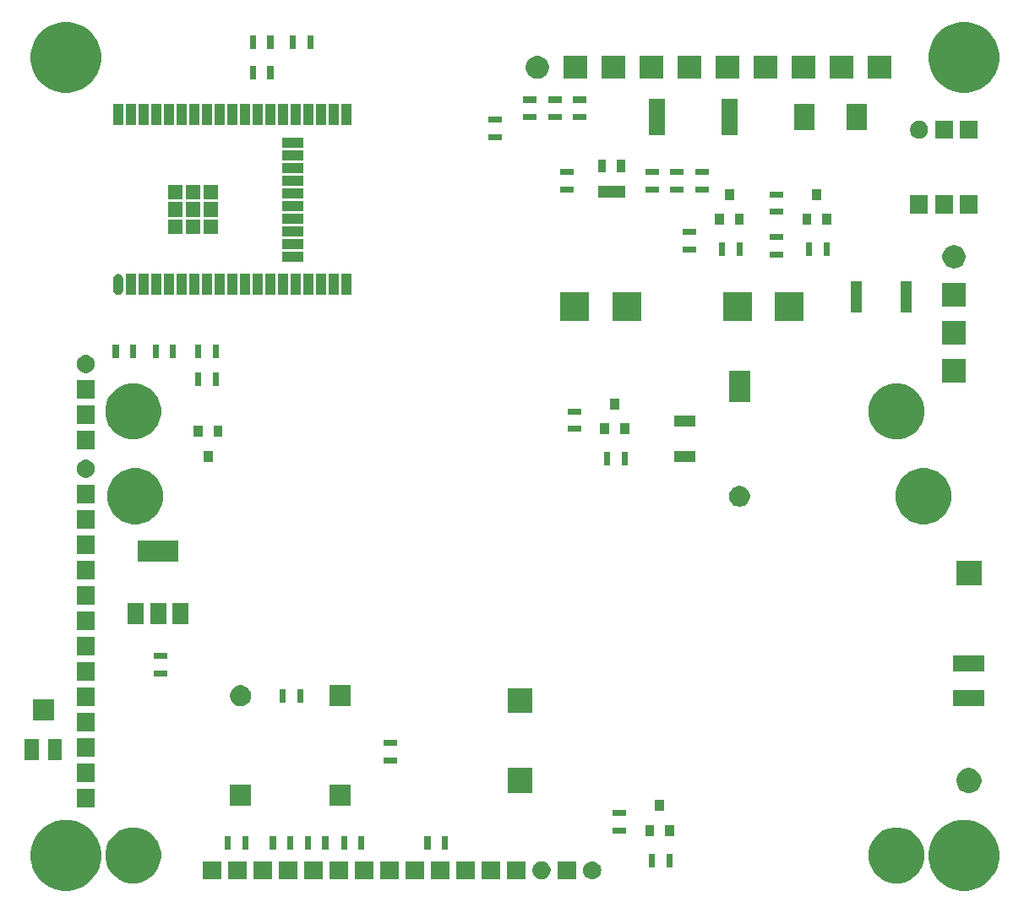
<source format=gbr>
G04 #@! TF.GenerationSoftware,KiCad,Pcbnew,(5.1.2-1)-1*
G04 #@! TF.CreationDate,2021-05-08T22:39:51+03:00*
G04 #@! TF.ProjectId,UAK_3,55414b5f-332e-46b6-9963-61645f706362,rev?*
G04 #@! TF.SameCoordinates,Original*
G04 #@! TF.FileFunction,Soldermask,Top*
G04 #@! TF.FilePolarity,Negative*
%FSLAX46Y46*%
G04 Gerber Fmt 4.6, Leading zero omitted, Abs format (unit mm)*
G04 Created by KiCad (PCBNEW (5.1.2-1)-1) date 2021-05-08 22:39:51*
%MOMM*%
%LPD*%
G04 APERTURE LIST*
%ADD10C,0.100000*%
G04 APERTURE END LIST*
D10*
G36*
X96035787Y8414538D02*
G01*
X96035790Y8414537D01*
X96035789Y8414537D01*
X96682029Y8146856D01*
X97263631Y7758242D01*
X97758242Y7263631D01*
X98146856Y6682029D01*
X98146856Y6682028D01*
X98414538Y6035787D01*
X98551000Y5349744D01*
X98551000Y4650256D01*
X98414538Y3964213D01*
X98356460Y3824000D01*
X98146856Y3317971D01*
X97758242Y2736369D01*
X97263631Y2241758D01*
X96682029Y1853144D01*
X96225068Y1663865D01*
X96035787Y1585462D01*
X95349744Y1449000D01*
X94650256Y1449000D01*
X93964213Y1585462D01*
X93774932Y1663865D01*
X93317971Y1853144D01*
X92736369Y2241758D01*
X92241758Y2736369D01*
X91853144Y3317971D01*
X91643540Y3824000D01*
X91585462Y3964213D01*
X91449000Y4650256D01*
X91449000Y5349744D01*
X91585462Y6035787D01*
X91853144Y6682028D01*
X91853144Y6682029D01*
X92241758Y7263631D01*
X92736369Y7758242D01*
X93317971Y8146856D01*
X93964211Y8414537D01*
X93964210Y8414537D01*
X93964213Y8414538D01*
X94650256Y8551000D01*
X95349744Y8551000D01*
X96035787Y8414538D01*
X96035787Y8414538D01*
G37*
G36*
X6035787Y8414538D02*
G01*
X6035790Y8414537D01*
X6035789Y8414537D01*
X6682029Y8146856D01*
X7263631Y7758242D01*
X7758242Y7263631D01*
X8146856Y6682029D01*
X8146856Y6682028D01*
X8414538Y6035787D01*
X8551000Y5349744D01*
X8551000Y4650256D01*
X8414538Y3964213D01*
X8356460Y3824000D01*
X8146856Y3317971D01*
X7758242Y2736369D01*
X7263631Y2241758D01*
X6682029Y1853144D01*
X6225068Y1663865D01*
X6035787Y1585462D01*
X5349744Y1449000D01*
X4650256Y1449000D01*
X3964213Y1585462D01*
X3774932Y1663865D01*
X3317971Y1853144D01*
X2736369Y2241758D01*
X2241758Y2736369D01*
X1853144Y3317971D01*
X1643540Y3824000D01*
X1585462Y3964213D01*
X1449000Y4650256D01*
X1449000Y5349744D01*
X1585462Y6035787D01*
X1853144Y6682028D01*
X1853144Y6682029D01*
X2241758Y7263631D01*
X2736369Y7758242D01*
X3317971Y8146856D01*
X3964211Y8414537D01*
X3964210Y8414537D01*
X3964213Y8414538D01*
X4650256Y8551000D01*
X5349744Y8551000D01*
X6035787Y8414538D01*
X6035787Y8414538D01*
G37*
G36*
X89067021Y7693360D02*
G01*
X89576769Y7482215D01*
X89576771Y7482214D01*
X90035534Y7175679D01*
X90425679Y6785534D01*
X90494839Y6682028D01*
X90732215Y6326769D01*
X90943360Y5817021D01*
X91051000Y5275876D01*
X91051000Y4724124D01*
X90943360Y4182979D01*
X90733621Y3676625D01*
X90732214Y3673229D01*
X90425679Y3214466D01*
X90035534Y2824321D01*
X89576771Y2517786D01*
X89576770Y2517785D01*
X89576769Y2517785D01*
X89067021Y2306640D01*
X88525876Y2199000D01*
X87974124Y2199000D01*
X87432979Y2306640D01*
X86923231Y2517785D01*
X86923230Y2517785D01*
X86923229Y2517786D01*
X86464466Y2824321D01*
X86074321Y3214466D01*
X85767786Y3673229D01*
X85766379Y3676625D01*
X85556640Y4182979D01*
X85449000Y4724124D01*
X85449000Y5275876D01*
X85556640Y5817021D01*
X85767785Y6326769D01*
X86005161Y6682028D01*
X86074321Y6785534D01*
X86464466Y7175679D01*
X86923229Y7482214D01*
X86923231Y7482215D01*
X87432979Y7693360D01*
X87974124Y7801000D01*
X88525876Y7801000D01*
X89067021Y7693360D01*
X89067021Y7693360D01*
G37*
G36*
X12567021Y7693360D02*
G01*
X13076769Y7482215D01*
X13076771Y7482214D01*
X13535534Y7175679D01*
X13925679Y6785534D01*
X13994839Y6682028D01*
X14232215Y6326769D01*
X14443360Y5817021D01*
X14551000Y5275876D01*
X14551000Y4724124D01*
X14443360Y4182979D01*
X14233621Y3676625D01*
X14232214Y3673229D01*
X13925679Y3214466D01*
X13535534Y2824321D01*
X13076771Y2517786D01*
X13076770Y2517785D01*
X13076769Y2517785D01*
X12567021Y2306640D01*
X12025876Y2199000D01*
X11474124Y2199000D01*
X10932979Y2306640D01*
X10423231Y2517785D01*
X10423230Y2517785D01*
X10423229Y2517786D01*
X9964466Y2824321D01*
X9574321Y3214466D01*
X9267786Y3673229D01*
X9266379Y3676625D01*
X9056640Y4182979D01*
X8949000Y4724124D01*
X8949000Y5275876D01*
X9056640Y5817021D01*
X9267785Y6326769D01*
X9505161Y6682028D01*
X9574321Y6785534D01*
X9964466Y7175679D01*
X10423229Y7482214D01*
X10423231Y7482215D01*
X10932979Y7693360D01*
X11474124Y7801000D01*
X12025876Y7801000D01*
X12567021Y7693360D01*
X12567021Y7693360D01*
G37*
G36*
X48491000Y2599000D02*
G01*
X46689000Y2599000D01*
X46689000Y4401000D01*
X48491000Y4401000D01*
X48491000Y2599000D01*
X48491000Y2599000D01*
G37*
G36*
X45951000Y2599000D02*
G01*
X44149000Y2599000D01*
X44149000Y4401000D01*
X45951000Y4401000D01*
X45951000Y2599000D01*
X45951000Y2599000D01*
G37*
G36*
X43411000Y2599000D02*
G01*
X41609000Y2599000D01*
X41609000Y4401000D01*
X43411000Y4401000D01*
X43411000Y2599000D01*
X43411000Y2599000D01*
G37*
G36*
X40871000Y2599000D02*
G01*
X39069000Y2599000D01*
X39069000Y4401000D01*
X40871000Y4401000D01*
X40871000Y2599000D01*
X40871000Y2599000D01*
G37*
G36*
X38331000Y2599000D02*
G01*
X36529000Y2599000D01*
X36529000Y4401000D01*
X38331000Y4401000D01*
X38331000Y2599000D01*
X38331000Y2599000D01*
G37*
G36*
X35791000Y2599000D02*
G01*
X33989000Y2599000D01*
X33989000Y4401000D01*
X35791000Y4401000D01*
X35791000Y2599000D01*
X35791000Y2599000D01*
G37*
G36*
X33251000Y2599000D02*
G01*
X31449000Y2599000D01*
X31449000Y4401000D01*
X33251000Y4401000D01*
X33251000Y2599000D01*
X33251000Y2599000D01*
G37*
G36*
X30711000Y2599000D02*
G01*
X28909000Y2599000D01*
X28909000Y4401000D01*
X30711000Y4401000D01*
X30711000Y2599000D01*
X30711000Y2599000D01*
G37*
G36*
X28171000Y2599000D02*
G01*
X26369000Y2599000D01*
X26369000Y4401000D01*
X28171000Y4401000D01*
X28171000Y2599000D01*
X28171000Y2599000D01*
G37*
G36*
X25631000Y2599000D02*
G01*
X23829000Y2599000D01*
X23829000Y4401000D01*
X25631000Y4401000D01*
X25631000Y2599000D01*
X25631000Y2599000D01*
G37*
G36*
X23091000Y2599000D02*
G01*
X21289000Y2599000D01*
X21289000Y4401000D01*
X23091000Y4401000D01*
X23091000Y2599000D01*
X23091000Y2599000D01*
G37*
G36*
X20551000Y2599000D02*
G01*
X18749000Y2599000D01*
X18749000Y4401000D01*
X20551000Y4401000D01*
X20551000Y2599000D01*
X20551000Y2599000D01*
G37*
G36*
X57860443Y4394481D02*
G01*
X57926627Y4387963D01*
X58096466Y4336443D01*
X58252991Y4252778D01*
X58288729Y4223448D01*
X58390186Y4140186D01*
X58473448Y4038729D01*
X58502778Y4002991D01*
X58586443Y3846466D01*
X58637963Y3676627D01*
X58655359Y3500000D01*
X58637963Y3323373D01*
X58586443Y3153534D01*
X58502778Y2997009D01*
X58473448Y2961271D01*
X58390186Y2859814D01*
X58317480Y2800147D01*
X58252991Y2747222D01*
X58096466Y2663557D01*
X57926627Y2612037D01*
X57860443Y2605519D01*
X57794260Y2599000D01*
X57705740Y2599000D01*
X57639557Y2605519D01*
X57573373Y2612037D01*
X57403534Y2663557D01*
X57247009Y2747222D01*
X57182520Y2800147D01*
X57109814Y2859814D01*
X57026552Y2961271D01*
X56997222Y2997009D01*
X56913557Y3153534D01*
X56862037Y3323373D01*
X56844641Y3500000D01*
X56862037Y3676627D01*
X56913557Y3846466D01*
X56997222Y4002991D01*
X57026552Y4038729D01*
X57109814Y4140186D01*
X57211271Y4223448D01*
X57247009Y4252778D01*
X57403534Y4336443D01*
X57573373Y4387963D01*
X57639557Y4394481D01*
X57705740Y4401000D01*
X57794260Y4401000D01*
X57860443Y4394481D01*
X57860443Y4394481D01*
G37*
G36*
X56111000Y2599000D02*
G01*
X54309000Y2599000D01*
X54309000Y4401000D01*
X56111000Y4401000D01*
X56111000Y2599000D01*
X56111000Y2599000D01*
G37*
G36*
X52783512Y4396073D02*
G01*
X52932812Y4366376D01*
X53096784Y4298456D01*
X53244354Y4199853D01*
X53369853Y4074354D01*
X53468456Y3926784D01*
X53536376Y3762812D01*
X53571000Y3588741D01*
X53571000Y3411259D01*
X53536376Y3237188D01*
X53468456Y3073216D01*
X53369853Y2925646D01*
X53244354Y2800147D01*
X53096784Y2701544D01*
X52932812Y2633624D01*
X52783512Y2603927D01*
X52758742Y2599000D01*
X52581258Y2599000D01*
X52556488Y2603927D01*
X52407188Y2633624D01*
X52243216Y2701544D01*
X52095646Y2800147D01*
X51970147Y2925646D01*
X51871544Y3073216D01*
X51803624Y3237188D01*
X51769000Y3411259D01*
X51769000Y3588741D01*
X51803624Y3762812D01*
X51871544Y3926784D01*
X51970147Y4074354D01*
X52095646Y4199853D01*
X52243216Y4298456D01*
X52407188Y4366376D01*
X52556488Y4396073D01*
X52581258Y4401000D01*
X52758742Y4401000D01*
X52783512Y4396073D01*
X52783512Y4396073D01*
G37*
G36*
X51031000Y2599000D02*
G01*
X49229000Y2599000D01*
X49229000Y4401000D01*
X51031000Y4401000D01*
X51031000Y2599000D01*
X51031000Y2599000D01*
G37*
G36*
X65801000Y3824000D02*
G01*
X65199000Y3824000D01*
X65199000Y5176000D01*
X65801000Y5176000D01*
X65801000Y3824000D01*
X65801000Y3824000D01*
G37*
G36*
X64051000Y3824000D02*
G01*
X63449000Y3824000D01*
X63449000Y5176000D01*
X64051000Y5176000D01*
X64051000Y3824000D01*
X64051000Y3824000D01*
G37*
G36*
X23301000Y5574000D02*
G01*
X22699000Y5574000D01*
X22699000Y6926000D01*
X23301000Y6926000D01*
X23301000Y5574000D01*
X23301000Y5574000D01*
G37*
G36*
X21551000Y5574000D02*
G01*
X20949000Y5574000D01*
X20949000Y6926000D01*
X21551000Y6926000D01*
X21551000Y5574000D01*
X21551000Y5574000D01*
G37*
G36*
X27801000Y5574000D02*
G01*
X27199000Y5574000D01*
X27199000Y6926000D01*
X27801000Y6926000D01*
X27801000Y5574000D01*
X27801000Y5574000D01*
G37*
G36*
X26051000Y5574000D02*
G01*
X25449000Y5574000D01*
X25449000Y6926000D01*
X26051000Y6926000D01*
X26051000Y5574000D01*
X26051000Y5574000D01*
G37*
G36*
X31301000Y5574000D02*
G01*
X30699000Y5574000D01*
X30699000Y6926000D01*
X31301000Y6926000D01*
X31301000Y5574000D01*
X31301000Y5574000D01*
G37*
G36*
X29551000Y5574000D02*
G01*
X28949000Y5574000D01*
X28949000Y6926000D01*
X29551000Y6926000D01*
X29551000Y5574000D01*
X29551000Y5574000D01*
G37*
G36*
X33176000Y5574000D02*
G01*
X32574000Y5574000D01*
X32574000Y6926000D01*
X33176000Y6926000D01*
X33176000Y5574000D01*
X33176000Y5574000D01*
G37*
G36*
X34926000Y5574000D02*
G01*
X34324000Y5574000D01*
X34324000Y6926000D01*
X34926000Y6926000D01*
X34926000Y5574000D01*
X34926000Y5574000D01*
G37*
G36*
X41551000Y5574000D02*
G01*
X40949000Y5574000D01*
X40949000Y6926000D01*
X41551000Y6926000D01*
X41551000Y5574000D01*
X41551000Y5574000D01*
G37*
G36*
X43301000Y5574000D02*
G01*
X42699000Y5574000D01*
X42699000Y6926000D01*
X43301000Y6926000D01*
X43301000Y5574000D01*
X43301000Y5574000D01*
G37*
G36*
X63951000Y6949000D02*
G01*
X63049000Y6949000D01*
X63049000Y8051000D01*
X63951000Y8051000D01*
X63951000Y6949000D01*
X63951000Y6949000D01*
G37*
G36*
X65951000Y6949000D02*
G01*
X65049000Y6949000D01*
X65049000Y8051000D01*
X65951000Y8051000D01*
X65951000Y6949000D01*
X65951000Y6949000D01*
G37*
G36*
X61176000Y7199000D02*
G01*
X59824000Y7199000D01*
X59824000Y7801000D01*
X61176000Y7801000D01*
X61176000Y7199000D01*
X61176000Y7199000D01*
G37*
G36*
X61176000Y8949000D02*
G01*
X59824000Y8949000D01*
X59824000Y9551000D01*
X61176000Y9551000D01*
X61176000Y8949000D01*
X61176000Y8949000D01*
G37*
G36*
X64951000Y9449000D02*
G01*
X64049000Y9449000D01*
X64049000Y10551000D01*
X64951000Y10551000D01*
X64951000Y9449000D01*
X64951000Y9449000D01*
G37*
G36*
X7901000Y9829000D02*
G01*
X6099000Y9829000D01*
X6099000Y11631000D01*
X7901000Y11631000D01*
X7901000Y9829000D01*
X7901000Y9829000D01*
G37*
G36*
X23551000Y9949000D02*
G01*
X21449000Y9949000D01*
X21449000Y12051000D01*
X23551000Y12051000D01*
X23551000Y9949000D01*
X23551000Y9949000D01*
G37*
G36*
X33551000Y9949000D02*
G01*
X31449000Y9949000D01*
X31449000Y12051000D01*
X33551000Y12051000D01*
X33551000Y9949000D01*
X33551000Y9949000D01*
G37*
G36*
X95864903Y13702925D02*
G01*
X96092571Y13608622D01*
X96297466Y13471715D01*
X96471715Y13297466D01*
X96608622Y13092571D01*
X96702925Y12864903D01*
X96751000Y12623213D01*
X96751000Y12376787D01*
X96702925Y12135097D01*
X96608622Y11907429D01*
X96471715Y11702534D01*
X96297466Y11528285D01*
X96092571Y11391378D01*
X96092570Y11391377D01*
X96092569Y11391377D01*
X95864903Y11297075D01*
X95623214Y11249000D01*
X95376786Y11249000D01*
X95135097Y11297075D01*
X94907431Y11391377D01*
X94907430Y11391377D01*
X94907429Y11391378D01*
X94702534Y11528285D01*
X94528285Y11702534D01*
X94391378Y11907429D01*
X94297075Y12135097D01*
X94249000Y12376787D01*
X94249000Y12623213D01*
X94297075Y12864903D01*
X94391378Y13092571D01*
X94528285Y13297466D01*
X94702534Y13471715D01*
X94907429Y13608622D01*
X95135097Y13702925D01*
X95376786Y13751000D01*
X95623214Y13751000D01*
X95864903Y13702925D01*
X95864903Y13702925D01*
G37*
G36*
X51751000Y11249000D02*
G01*
X49249000Y11249000D01*
X49249000Y13751000D01*
X51751000Y13751000D01*
X51751000Y11249000D01*
X51751000Y11249000D01*
G37*
G36*
X7901000Y12369000D02*
G01*
X6099000Y12369000D01*
X6099000Y14171000D01*
X7901000Y14171000D01*
X7901000Y12369000D01*
X7901000Y12369000D01*
G37*
G36*
X38176000Y14199000D02*
G01*
X36824000Y14199000D01*
X36824000Y14801000D01*
X38176000Y14801000D01*
X38176000Y14199000D01*
X38176000Y14199000D01*
G37*
G36*
X2301000Y14549000D02*
G01*
X899000Y14549000D01*
X899000Y16651000D01*
X2301000Y16651000D01*
X2301000Y14549000D01*
X2301000Y14549000D01*
G37*
G36*
X4601000Y14549000D02*
G01*
X3199000Y14549000D01*
X3199000Y16651000D01*
X4601000Y16651000D01*
X4601000Y14549000D01*
X4601000Y14549000D01*
G37*
G36*
X7901000Y14909000D02*
G01*
X6099000Y14909000D01*
X6099000Y16711000D01*
X7901000Y16711000D01*
X7901000Y14909000D01*
X7901000Y14909000D01*
G37*
G36*
X38176000Y15949000D02*
G01*
X36824000Y15949000D01*
X36824000Y16551000D01*
X38176000Y16551000D01*
X38176000Y15949000D01*
X38176000Y15949000D01*
G37*
G36*
X7901000Y17449000D02*
G01*
X6099000Y17449000D01*
X6099000Y19251000D01*
X7901000Y19251000D01*
X7901000Y17449000D01*
X7901000Y17449000D01*
G37*
G36*
X3801000Y18549000D02*
G01*
X1699000Y18549000D01*
X1699000Y20651000D01*
X3801000Y20651000D01*
X3801000Y18549000D01*
X3801000Y18549000D01*
G37*
G36*
X51751000Y19249000D02*
G01*
X49249000Y19249000D01*
X49249000Y21751000D01*
X51751000Y21751000D01*
X51751000Y19249000D01*
X51751000Y19249000D01*
G37*
G36*
X22806564Y22010611D02*
G01*
X22997833Y21931385D01*
X22997835Y21931384D01*
X23169973Y21816365D01*
X23316365Y21669973D01*
X23431385Y21497833D01*
X23510611Y21306564D01*
X23551000Y21103516D01*
X23551000Y20896484D01*
X23510611Y20693436D01*
X23493033Y20651000D01*
X23431384Y20502165D01*
X23316365Y20330027D01*
X23169973Y20183635D01*
X22997835Y20068616D01*
X22997834Y20068615D01*
X22997833Y20068615D01*
X22806564Y19989389D01*
X22603516Y19949000D01*
X22396484Y19949000D01*
X22193436Y19989389D01*
X22002167Y20068615D01*
X22002166Y20068615D01*
X22002165Y20068616D01*
X21830027Y20183635D01*
X21683635Y20330027D01*
X21568616Y20502165D01*
X21506967Y20651000D01*
X21489389Y20693436D01*
X21449000Y20896484D01*
X21449000Y21103516D01*
X21489389Y21306564D01*
X21568615Y21497833D01*
X21683635Y21669973D01*
X21830027Y21816365D01*
X22002165Y21931384D01*
X22002167Y21931385D01*
X22193436Y22010611D01*
X22396484Y22051000D01*
X22603516Y22051000D01*
X22806564Y22010611D01*
X22806564Y22010611D01*
G37*
G36*
X97051000Y19949000D02*
G01*
X93949000Y19949000D01*
X93949000Y21551000D01*
X97051000Y21551000D01*
X97051000Y19949000D01*
X97051000Y19949000D01*
G37*
G36*
X33551000Y19949000D02*
G01*
X31449000Y19949000D01*
X31449000Y22051000D01*
X33551000Y22051000D01*
X33551000Y19949000D01*
X33551000Y19949000D01*
G37*
G36*
X7901000Y19989000D02*
G01*
X6099000Y19989000D01*
X6099000Y21791000D01*
X7901000Y21791000D01*
X7901000Y19989000D01*
X7901000Y19989000D01*
G37*
G36*
X28801000Y20324000D02*
G01*
X28199000Y20324000D01*
X28199000Y21676000D01*
X28801000Y21676000D01*
X28801000Y20324000D01*
X28801000Y20324000D01*
G37*
G36*
X27051000Y20324000D02*
G01*
X26449000Y20324000D01*
X26449000Y21676000D01*
X27051000Y21676000D01*
X27051000Y20324000D01*
X27051000Y20324000D01*
G37*
G36*
X7901000Y22529000D02*
G01*
X6099000Y22529000D01*
X6099000Y24331000D01*
X7901000Y24331000D01*
X7901000Y22529000D01*
X7901000Y22529000D01*
G37*
G36*
X15176000Y22949000D02*
G01*
X13824000Y22949000D01*
X13824000Y23551000D01*
X15176000Y23551000D01*
X15176000Y22949000D01*
X15176000Y22949000D01*
G37*
G36*
X97051000Y23449000D02*
G01*
X93949000Y23449000D01*
X93949000Y25051000D01*
X97051000Y25051000D01*
X97051000Y23449000D01*
X97051000Y23449000D01*
G37*
G36*
X15176000Y24699000D02*
G01*
X13824000Y24699000D01*
X13824000Y25301000D01*
X15176000Y25301000D01*
X15176000Y24699000D01*
X15176000Y24699000D01*
G37*
G36*
X7901000Y25069000D02*
G01*
X6099000Y25069000D01*
X6099000Y26871000D01*
X7901000Y26871000D01*
X7901000Y25069000D01*
X7901000Y25069000D01*
G37*
G36*
X7901000Y27609000D02*
G01*
X6099000Y27609000D01*
X6099000Y29411000D01*
X7901000Y29411000D01*
X7901000Y27609000D01*
X7901000Y27609000D01*
G37*
G36*
X17301000Y28199000D02*
G01*
X15699000Y28199000D01*
X15699000Y30301000D01*
X17301000Y30301000D01*
X17301000Y28199000D01*
X17301000Y28199000D01*
G37*
G36*
X15051000Y28199000D02*
G01*
X13449000Y28199000D01*
X13449000Y30301000D01*
X15051000Y30301000D01*
X15051000Y28199000D01*
X15051000Y28199000D01*
G37*
G36*
X12801000Y28199000D02*
G01*
X11199000Y28199000D01*
X11199000Y30301000D01*
X12801000Y30301000D01*
X12801000Y28199000D01*
X12801000Y28199000D01*
G37*
G36*
X7901000Y30149000D02*
G01*
X6099000Y30149000D01*
X6099000Y31951000D01*
X7901000Y31951000D01*
X7901000Y30149000D01*
X7901000Y30149000D01*
G37*
G36*
X96751000Y32049000D02*
G01*
X94249000Y32049000D01*
X94249000Y34551000D01*
X96751000Y34551000D01*
X96751000Y32049000D01*
X96751000Y32049000D01*
G37*
G36*
X7901000Y32689000D02*
G01*
X6099000Y32689000D01*
X6099000Y34491000D01*
X7901000Y34491000D01*
X7901000Y32689000D01*
X7901000Y32689000D01*
G37*
G36*
X16301000Y34449000D02*
G01*
X12199000Y34449000D01*
X12199000Y36551000D01*
X16301000Y36551000D01*
X16301000Y34449000D01*
X16301000Y34449000D01*
G37*
G36*
X7901000Y35229000D02*
G01*
X6099000Y35229000D01*
X6099000Y37031000D01*
X7901000Y37031000D01*
X7901000Y35229000D01*
X7901000Y35229000D01*
G37*
G36*
X7901000Y37769000D02*
G01*
X6099000Y37769000D01*
X6099000Y39571000D01*
X7901000Y39571000D01*
X7901000Y37769000D01*
X7901000Y37769000D01*
G37*
G36*
X91767021Y43693360D02*
G01*
X92264763Y43487188D01*
X92276771Y43482214D01*
X92735534Y43175679D01*
X93125679Y42785534D01*
X93432214Y42326771D01*
X93432215Y42326769D01*
X93643360Y41817021D01*
X93751000Y41275876D01*
X93751000Y40724124D01*
X93643360Y40182979D01*
X93432215Y39673231D01*
X93432214Y39673229D01*
X93125679Y39214466D01*
X92735534Y38824321D01*
X92276771Y38517786D01*
X92276770Y38517785D01*
X92276769Y38517785D01*
X91767021Y38306640D01*
X91225876Y38199000D01*
X90674124Y38199000D01*
X90132979Y38306640D01*
X89623231Y38517785D01*
X89623230Y38517785D01*
X89623229Y38517786D01*
X89164466Y38824321D01*
X88774321Y39214466D01*
X88467786Y39673229D01*
X88467785Y39673231D01*
X88256640Y40182979D01*
X88149000Y40724124D01*
X88149000Y41275876D01*
X88256640Y41817021D01*
X88467785Y42326769D01*
X88467786Y42326771D01*
X88774321Y42785534D01*
X89164466Y43175679D01*
X89623229Y43482214D01*
X89635237Y43487188D01*
X90132979Y43693360D01*
X90674124Y43801000D01*
X91225876Y43801000D01*
X91767021Y43693360D01*
X91767021Y43693360D01*
G37*
G36*
X12767021Y43693360D02*
G01*
X13264763Y43487188D01*
X13276771Y43482214D01*
X13735534Y43175679D01*
X14125679Y42785534D01*
X14432214Y42326771D01*
X14432215Y42326769D01*
X14643360Y41817021D01*
X14751000Y41275876D01*
X14751000Y40724124D01*
X14643360Y40182979D01*
X14432215Y39673231D01*
X14432214Y39673229D01*
X14125679Y39214466D01*
X13735534Y38824321D01*
X13276771Y38517786D01*
X13276770Y38517785D01*
X13276769Y38517785D01*
X12767021Y38306640D01*
X12225876Y38199000D01*
X11674124Y38199000D01*
X11132979Y38306640D01*
X10623231Y38517785D01*
X10623230Y38517785D01*
X10623229Y38517786D01*
X10164466Y38824321D01*
X9774321Y39214466D01*
X9467786Y39673229D01*
X9467785Y39673231D01*
X9256640Y40182979D01*
X9149000Y40724124D01*
X9149000Y41275876D01*
X9256640Y41817021D01*
X9467785Y42326769D01*
X9467786Y42326771D01*
X9774321Y42785534D01*
X10164466Y43175679D01*
X10623229Y43482214D01*
X10635237Y43487188D01*
X11132979Y43693360D01*
X11674124Y43801000D01*
X12225876Y43801000D01*
X12767021Y43693360D01*
X12767021Y43693360D01*
G37*
G36*
X72806564Y42010611D02*
G01*
X72997833Y41931385D01*
X72997835Y41931384D01*
X73168990Y41817022D01*
X73169973Y41816365D01*
X73316365Y41669973D01*
X73431385Y41497833D01*
X73510611Y41306564D01*
X73551000Y41103516D01*
X73551000Y40896484D01*
X73510611Y40693436D01*
X73431385Y40502167D01*
X73431384Y40502165D01*
X73316365Y40330027D01*
X73169973Y40183635D01*
X72997835Y40068616D01*
X72997834Y40068615D01*
X72997833Y40068615D01*
X72806564Y39989389D01*
X72603516Y39949000D01*
X72396484Y39949000D01*
X72193436Y39989389D01*
X72002167Y40068615D01*
X72002166Y40068615D01*
X72002165Y40068616D01*
X71830027Y40183635D01*
X71683635Y40330027D01*
X71568616Y40502165D01*
X71568615Y40502167D01*
X71489389Y40693436D01*
X71449000Y40896484D01*
X71449000Y41103516D01*
X71489389Y41306564D01*
X71568615Y41497833D01*
X71683635Y41669973D01*
X71830027Y41816365D01*
X71831010Y41817022D01*
X72002165Y41931384D01*
X72002167Y41931385D01*
X72193436Y42010611D01*
X72396484Y42051000D01*
X72603516Y42051000D01*
X72806564Y42010611D01*
X72806564Y42010611D01*
G37*
G36*
X7901000Y40309000D02*
G01*
X6099000Y40309000D01*
X6099000Y42111000D01*
X7901000Y42111000D01*
X7901000Y40309000D01*
X7901000Y40309000D01*
G37*
G36*
X7113512Y44646073D02*
G01*
X7262812Y44616376D01*
X7426784Y44548456D01*
X7574354Y44449853D01*
X7699853Y44324354D01*
X7798456Y44176784D01*
X7866376Y44012812D01*
X7901000Y43838741D01*
X7901000Y43661259D01*
X7866376Y43487188D01*
X7798456Y43323216D01*
X7699853Y43175646D01*
X7574354Y43050147D01*
X7426784Y42951544D01*
X7262812Y42883624D01*
X7113512Y42853927D01*
X7088742Y42849000D01*
X6911258Y42849000D01*
X6886488Y42853927D01*
X6737188Y42883624D01*
X6573216Y42951544D01*
X6425646Y43050147D01*
X6300147Y43175646D01*
X6201544Y43323216D01*
X6133624Y43487188D01*
X6099000Y43661259D01*
X6099000Y43838741D01*
X6133624Y44012812D01*
X6201544Y44176784D01*
X6300147Y44324354D01*
X6425646Y44449853D01*
X6573216Y44548456D01*
X6737188Y44616376D01*
X6886488Y44646073D01*
X6911258Y44651000D01*
X7088742Y44651000D01*
X7113512Y44646073D01*
X7113512Y44646073D01*
G37*
G36*
X61301000Y44074000D02*
G01*
X60699000Y44074000D01*
X60699000Y45426000D01*
X61301000Y45426000D01*
X61301000Y44074000D01*
X61301000Y44074000D01*
G37*
G36*
X59551000Y44074000D02*
G01*
X58949000Y44074000D01*
X58949000Y45426000D01*
X59551000Y45426000D01*
X59551000Y44074000D01*
X59551000Y44074000D01*
G37*
G36*
X68051000Y44449000D02*
G01*
X65949000Y44449000D01*
X65949000Y45551000D01*
X68051000Y45551000D01*
X68051000Y44449000D01*
X68051000Y44449000D01*
G37*
G36*
X19701000Y44449000D02*
G01*
X18799000Y44449000D01*
X18799000Y45551000D01*
X19701000Y45551000D01*
X19701000Y44449000D01*
X19701000Y44449000D01*
G37*
G36*
X7901000Y45729000D02*
G01*
X6099000Y45729000D01*
X6099000Y47531000D01*
X7901000Y47531000D01*
X7901000Y45729000D01*
X7901000Y45729000D01*
G37*
G36*
X89067021Y52193360D02*
G01*
X89576769Y51982215D01*
X89576771Y51982214D01*
X90035534Y51675679D01*
X90425679Y51285534D01*
X90732214Y50826771D01*
X90732215Y50826769D01*
X90943360Y50317021D01*
X91051000Y49775876D01*
X91051000Y49224124D01*
X90943360Y48682979D01*
X90771884Y48269000D01*
X90732214Y48173229D01*
X90425679Y47714466D01*
X90035534Y47324321D01*
X89576771Y47017786D01*
X89576770Y47017785D01*
X89576769Y47017785D01*
X89067021Y46806640D01*
X88525876Y46699000D01*
X87974124Y46699000D01*
X87432979Y46806640D01*
X86923231Y47017785D01*
X86923230Y47017785D01*
X86923229Y47017786D01*
X86464466Y47324321D01*
X86074321Y47714466D01*
X85767786Y48173229D01*
X85728116Y48269000D01*
X85556640Y48682979D01*
X85449000Y49224124D01*
X85449000Y49775876D01*
X85556640Y50317021D01*
X85767785Y50826769D01*
X85767786Y50826771D01*
X86074321Y51285534D01*
X86464466Y51675679D01*
X86923229Y51982214D01*
X86923231Y51982215D01*
X87432979Y52193360D01*
X87974124Y52301000D01*
X88525876Y52301000D01*
X89067021Y52193360D01*
X89067021Y52193360D01*
G37*
G36*
X12567021Y52193360D02*
G01*
X13076769Y51982215D01*
X13076771Y51982214D01*
X13535534Y51675679D01*
X13925679Y51285534D01*
X14232214Y50826771D01*
X14232215Y50826769D01*
X14443360Y50317021D01*
X14551000Y49775876D01*
X14551000Y49224124D01*
X14443360Y48682979D01*
X14271884Y48269000D01*
X14232214Y48173229D01*
X13925679Y47714466D01*
X13535534Y47324321D01*
X13076771Y47017786D01*
X13076770Y47017785D01*
X13076769Y47017785D01*
X12567021Y46806640D01*
X12025876Y46699000D01*
X11474124Y46699000D01*
X10932979Y46806640D01*
X10423231Y47017785D01*
X10423230Y47017785D01*
X10423229Y47017786D01*
X9964466Y47324321D01*
X9574321Y47714466D01*
X9267786Y48173229D01*
X9228116Y48269000D01*
X9056640Y48682979D01*
X8949000Y49224124D01*
X8949000Y49775876D01*
X9056640Y50317021D01*
X9267785Y50826769D01*
X9267786Y50826771D01*
X9574321Y51285534D01*
X9964466Y51675679D01*
X10423229Y51982214D01*
X10423231Y51982215D01*
X10932979Y52193360D01*
X11474124Y52301000D01*
X12025876Y52301000D01*
X12567021Y52193360D01*
X12567021Y52193360D01*
G37*
G36*
X20701000Y46949000D02*
G01*
X19799000Y46949000D01*
X19799000Y48051000D01*
X20701000Y48051000D01*
X20701000Y46949000D01*
X20701000Y46949000D01*
G37*
G36*
X18701000Y46949000D02*
G01*
X17799000Y46949000D01*
X17799000Y48051000D01*
X18701000Y48051000D01*
X18701000Y46949000D01*
X18701000Y46949000D01*
G37*
G36*
X61451000Y47199000D02*
G01*
X60549000Y47199000D01*
X60549000Y48301000D01*
X61451000Y48301000D01*
X61451000Y47199000D01*
X61451000Y47199000D01*
G37*
G36*
X59451000Y47199000D02*
G01*
X58549000Y47199000D01*
X58549000Y48301000D01*
X59451000Y48301000D01*
X59451000Y47199000D01*
X59451000Y47199000D01*
G37*
G36*
X56676000Y47449000D02*
G01*
X55324000Y47449000D01*
X55324000Y48051000D01*
X56676000Y48051000D01*
X56676000Y47449000D01*
X56676000Y47449000D01*
G37*
G36*
X68051000Y47949000D02*
G01*
X65949000Y47949000D01*
X65949000Y49051000D01*
X68051000Y49051000D01*
X68051000Y47949000D01*
X68051000Y47949000D01*
G37*
G36*
X7901000Y48269000D02*
G01*
X6099000Y48269000D01*
X6099000Y50071000D01*
X7901000Y50071000D01*
X7901000Y48269000D01*
X7901000Y48269000D01*
G37*
G36*
X56676000Y49199000D02*
G01*
X55324000Y49199000D01*
X55324000Y49801000D01*
X56676000Y49801000D01*
X56676000Y49199000D01*
X56676000Y49199000D01*
G37*
G36*
X60451000Y49699000D02*
G01*
X59549000Y49699000D01*
X59549000Y50801000D01*
X60451000Y50801000D01*
X60451000Y49699000D01*
X60451000Y49699000D01*
G37*
G36*
X73551000Y50449000D02*
G01*
X71449000Y50449000D01*
X71449000Y53551000D01*
X73551000Y53551000D01*
X73551000Y50449000D01*
X73551000Y50449000D01*
G37*
G36*
X7901000Y50809000D02*
G01*
X6099000Y50809000D01*
X6099000Y52611000D01*
X7901000Y52611000D01*
X7901000Y50809000D01*
X7901000Y50809000D01*
G37*
G36*
X18551000Y52074000D02*
G01*
X17949000Y52074000D01*
X17949000Y53426000D01*
X18551000Y53426000D01*
X18551000Y52074000D01*
X18551000Y52074000D01*
G37*
G36*
X20301000Y52074000D02*
G01*
X19699000Y52074000D01*
X19699000Y53426000D01*
X20301000Y53426000D01*
X20301000Y52074000D01*
X20301000Y52074000D01*
G37*
G36*
X95151000Y52419000D02*
G01*
X92849000Y52419000D01*
X92849000Y54721000D01*
X95151000Y54721000D01*
X95151000Y52419000D01*
X95151000Y52419000D01*
G37*
G36*
X7113512Y55146073D02*
G01*
X7262812Y55116376D01*
X7426784Y55048456D01*
X7574354Y54949853D01*
X7699853Y54824354D01*
X7798456Y54676784D01*
X7866376Y54512812D01*
X7901000Y54338741D01*
X7901000Y54161259D01*
X7866376Y53987188D01*
X7798456Y53823216D01*
X7699853Y53675646D01*
X7574354Y53550147D01*
X7426784Y53451544D01*
X7262812Y53383624D01*
X7113512Y53353927D01*
X7088742Y53349000D01*
X6911258Y53349000D01*
X6886488Y53353927D01*
X6737188Y53383624D01*
X6573216Y53451544D01*
X6425646Y53550147D01*
X6300147Y53675646D01*
X6201544Y53823216D01*
X6133624Y53987188D01*
X6099000Y54161259D01*
X6099000Y54338741D01*
X6133624Y54512812D01*
X6201544Y54676784D01*
X6300147Y54824354D01*
X6425646Y54949853D01*
X6573216Y55048456D01*
X6737188Y55116376D01*
X6886488Y55146073D01*
X6911258Y55151000D01*
X7088742Y55151000D01*
X7113512Y55146073D01*
X7113512Y55146073D01*
G37*
G36*
X14301000Y54824000D02*
G01*
X13699000Y54824000D01*
X13699000Y56176000D01*
X14301000Y56176000D01*
X14301000Y54824000D01*
X14301000Y54824000D01*
G37*
G36*
X12051000Y54824000D02*
G01*
X11449000Y54824000D01*
X11449000Y56176000D01*
X12051000Y56176000D01*
X12051000Y54824000D01*
X12051000Y54824000D01*
G37*
G36*
X10301000Y54824000D02*
G01*
X9699000Y54824000D01*
X9699000Y56176000D01*
X10301000Y56176000D01*
X10301000Y54824000D01*
X10301000Y54824000D01*
G37*
G36*
X16051000Y54824000D02*
G01*
X15449000Y54824000D01*
X15449000Y56176000D01*
X16051000Y56176000D01*
X16051000Y54824000D01*
X16051000Y54824000D01*
G37*
G36*
X18551000Y54824000D02*
G01*
X17949000Y54824000D01*
X17949000Y56176000D01*
X18551000Y56176000D01*
X18551000Y54824000D01*
X18551000Y54824000D01*
G37*
G36*
X20301000Y54824000D02*
G01*
X19699000Y54824000D01*
X19699000Y56176000D01*
X20301000Y56176000D01*
X20301000Y54824000D01*
X20301000Y54824000D01*
G37*
G36*
X95151000Y56229000D02*
G01*
X92849000Y56229000D01*
X92849000Y58531000D01*
X95151000Y58531000D01*
X95151000Y56229000D01*
X95151000Y56229000D01*
G37*
G36*
X78951000Y58549000D02*
G01*
X76049000Y58549000D01*
X76049000Y61451000D01*
X78951000Y61451000D01*
X78951000Y58549000D01*
X78951000Y58549000D01*
G37*
G36*
X57451000Y58549000D02*
G01*
X54549000Y58549000D01*
X54549000Y61451000D01*
X57451000Y61451000D01*
X57451000Y58549000D01*
X57451000Y58549000D01*
G37*
G36*
X62651000Y58549000D02*
G01*
X59749000Y58549000D01*
X59749000Y61451000D01*
X62651000Y61451000D01*
X62651000Y58549000D01*
X62651000Y58549000D01*
G37*
G36*
X73751000Y58549000D02*
G01*
X70849000Y58549000D01*
X70849000Y61451000D01*
X73751000Y61451000D01*
X73751000Y58549000D01*
X73751000Y58549000D01*
G37*
G36*
X84801000Y59449000D02*
G01*
X83699000Y59449000D01*
X83699000Y62551000D01*
X84801000Y62551000D01*
X84801000Y59449000D01*
X84801000Y59449000D01*
G37*
G36*
X89801000Y59449000D02*
G01*
X88699000Y59449000D01*
X88699000Y62551000D01*
X89801000Y62551000D01*
X89801000Y59449000D01*
X89801000Y59449000D01*
G37*
G36*
X95151000Y60039000D02*
G01*
X92849000Y60039000D01*
X92849000Y62341000D01*
X95151000Y62341000D01*
X95151000Y60039000D01*
X95151000Y60039000D01*
G37*
G36*
X10348212Y63293751D02*
G01*
X10442651Y63265103D01*
X10529687Y63218582D01*
X10605975Y63155975D01*
X10668582Y63079687D01*
X10715103Y62992652D01*
X10743751Y62898213D01*
X10751000Y62824612D01*
X10751000Y61675388D01*
X10743751Y61601787D01*
X10715103Y61507348D01*
X10668582Y61420313D01*
X10605975Y61344025D01*
X10529687Y61281418D01*
X10442652Y61234897D01*
X10348213Y61206249D01*
X10250000Y61196576D01*
X10151788Y61206249D01*
X10057349Y61234897D01*
X9970314Y61281418D01*
X9894026Y61344025D01*
X9831419Y61420313D01*
X9784898Y61507348D01*
X9756250Y61601787D01*
X9749001Y61675388D01*
X9749000Y62824611D01*
X9756249Y62898212D01*
X9784897Y62992651D01*
X9831418Y63079687D01*
X9894025Y63155975D01*
X9970313Y63218582D01*
X10057348Y63265103D01*
X10151787Y63293751D01*
X10250000Y63303424D01*
X10348212Y63293751D01*
X10348212Y63293751D01*
G37*
G36*
X17101000Y61199000D02*
G01*
X16099000Y61199000D01*
X16099000Y63301000D01*
X17101000Y63301000D01*
X17101000Y61199000D01*
X17101000Y61199000D01*
G37*
G36*
X23451000Y61199000D02*
G01*
X22449000Y61199000D01*
X22449000Y63301000D01*
X23451000Y63301000D01*
X23451000Y61199000D01*
X23451000Y61199000D01*
G37*
G36*
X19641000Y61199000D02*
G01*
X18639000Y61199000D01*
X18639000Y63301000D01*
X19641000Y63301000D01*
X19641000Y61199000D01*
X19641000Y61199000D01*
G37*
G36*
X18371000Y61199000D02*
G01*
X17369000Y61199000D01*
X17369000Y63301000D01*
X18371000Y63301000D01*
X18371000Y61199000D01*
X18371000Y61199000D01*
G37*
G36*
X24721000Y61199000D02*
G01*
X23719000Y61199000D01*
X23719000Y63301000D01*
X24721000Y63301000D01*
X24721000Y61199000D01*
X24721000Y61199000D01*
G37*
G36*
X15831000Y61199000D02*
G01*
X14829000Y61199000D01*
X14829000Y63301000D01*
X15831000Y63301000D01*
X15831000Y61199000D01*
X15831000Y61199000D01*
G37*
G36*
X20911000Y61199000D02*
G01*
X19909000Y61199000D01*
X19909000Y63301000D01*
X20911000Y63301000D01*
X20911000Y61199000D01*
X20911000Y61199000D01*
G37*
G36*
X22181000Y61199000D02*
G01*
X21179000Y61199000D01*
X21179000Y63301000D01*
X22181000Y63301000D01*
X22181000Y61199000D01*
X22181000Y61199000D01*
G37*
G36*
X25991000Y61199000D02*
G01*
X24989000Y61199000D01*
X24989000Y63301000D01*
X25991000Y63301000D01*
X25991000Y61199000D01*
X25991000Y61199000D01*
G37*
G36*
X27261000Y61199000D02*
G01*
X26259000Y61199000D01*
X26259000Y63301000D01*
X27261000Y63301000D01*
X27261000Y61199000D01*
X27261000Y61199000D01*
G37*
G36*
X14561000Y61199000D02*
G01*
X13559000Y61199000D01*
X13559000Y63301000D01*
X14561000Y63301000D01*
X14561000Y61199000D01*
X14561000Y61199000D01*
G37*
G36*
X13291000Y61199000D02*
G01*
X12289000Y61199000D01*
X12289000Y63301000D01*
X13291000Y63301000D01*
X13291000Y61199000D01*
X13291000Y61199000D01*
G37*
G36*
X12021000Y61199000D02*
G01*
X11019000Y61199000D01*
X11019000Y63301000D01*
X12021000Y63301000D01*
X12021000Y61199000D01*
X12021000Y61199000D01*
G37*
G36*
X28531000Y61199000D02*
G01*
X27529000Y61199000D01*
X27529000Y63301000D01*
X28531000Y63301000D01*
X28531000Y61199000D01*
X28531000Y61199000D01*
G37*
G36*
X29801000Y61199000D02*
G01*
X28799000Y61199000D01*
X28799000Y63301000D01*
X29801000Y63301000D01*
X29801000Y61199000D01*
X29801000Y61199000D01*
G37*
G36*
X33611000Y61199000D02*
G01*
X32609000Y61199000D01*
X32609000Y63301000D01*
X33611000Y63301000D01*
X33611000Y61199000D01*
X33611000Y61199000D01*
G37*
G36*
X31071000Y61199000D02*
G01*
X30069000Y61199000D01*
X30069000Y63301000D01*
X31071000Y63301000D01*
X31071000Y61199000D01*
X31071000Y61199000D01*
G37*
G36*
X32341000Y61199000D02*
G01*
X31339000Y61199000D01*
X31339000Y63301000D01*
X32341000Y63301000D01*
X32341000Y61199000D01*
X32341000Y61199000D01*
G37*
G36*
X94224549Y66128884D02*
G01*
X94335734Y66106768D01*
X94545203Y66020003D01*
X94733720Y65894040D01*
X94894040Y65733720D01*
X95020003Y65545203D01*
X95106768Y65335734D01*
X95151000Y65113364D01*
X95151000Y64886636D01*
X95106768Y64664266D01*
X95020003Y64454797D01*
X94894040Y64266280D01*
X94733720Y64105960D01*
X94545203Y63979997D01*
X94335734Y63893232D01*
X94224549Y63871116D01*
X94113365Y63849000D01*
X93886635Y63849000D01*
X93775451Y63871116D01*
X93664266Y63893232D01*
X93454797Y63979997D01*
X93266280Y64105960D01*
X93105960Y64266280D01*
X92979997Y64454797D01*
X92893232Y64664266D01*
X92849000Y64886636D01*
X92849000Y65113364D01*
X92893232Y65335734D01*
X92979997Y65545203D01*
X93105960Y65733720D01*
X93266280Y65894040D01*
X93454797Y66020003D01*
X93664266Y66106768D01*
X93775451Y66128884D01*
X93886635Y66151000D01*
X94113365Y66151000D01*
X94224549Y66128884D01*
X94224549Y66128884D01*
G37*
G36*
X28801000Y64499000D02*
G01*
X26699000Y64499000D01*
X26699000Y65501000D01*
X28801000Y65501000D01*
X28801000Y64499000D01*
X28801000Y64499000D01*
G37*
G36*
X76926000Y64949000D02*
G01*
X75574000Y64949000D01*
X75574000Y65551000D01*
X76926000Y65551000D01*
X76926000Y64949000D01*
X76926000Y64949000D01*
G37*
G36*
X71051000Y65074000D02*
G01*
X70449000Y65074000D01*
X70449000Y66426000D01*
X71051000Y66426000D01*
X71051000Y65074000D01*
X71051000Y65074000D01*
G37*
G36*
X79801000Y65074000D02*
G01*
X79199000Y65074000D01*
X79199000Y66426000D01*
X79801000Y66426000D01*
X79801000Y65074000D01*
X79801000Y65074000D01*
G37*
G36*
X72801000Y65074000D02*
G01*
X72199000Y65074000D01*
X72199000Y66426000D01*
X72801000Y66426000D01*
X72801000Y65074000D01*
X72801000Y65074000D01*
G37*
G36*
X81551000Y65074000D02*
G01*
X80949000Y65074000D01*
X80949000Y66426000D01*
X81551000Y66426000D01*
X81551000Y65074000D01*
X81551000Y65074000D01*
G37*
G36*
X68176000Y65449000D02*
G01*
X66824000Y65449000D01*
X66824000Y66051000D01*
X68176000Y66051000D01*
X68176000Y65449000D01*
X68176000Y65449000D01*
G37*
G36*
X28801000Y65769000D02*
G01*
X26699000Y65769000D01*
X26699000Y66771000D01*
X28801000Y66771000D01*
X28801000Y65769000D01*
X28801000Y65769000D01*
G37*
G36*
X76926000Y66699000D02*
G01*
X75574000Y66699000D01*
X75574000Y67301000D01*
X76926000Y67301000D01*
X76926000Y66699000D01*
X76926000Y66699000D01*
G37*
G36*
X28801000Y67039000D02*
G01*
X26699000Y67039000D01*
X26699000Y68041000D01*
X28801000Y68041000D01*
X28801000Y67039000D01*
X28801000Y67039000D01*
G37*
G36*
X68176000Y67199000D02*
G01*
X66824000Y67199000D01*
X66824000Y67801000D01*
X68176000Y67801000D01*
X68176000Y67199000D01*
X68176000Y67199000D01*
G37*
G36*
X18476000Y67274000D02*
G01*
X17024000Y67274000D01*
X17024000Y68726000D01*
X18476000Y68726000D01*
X18476000Y67274000D01*
X18476000Y67274000D01*
G37*
G36*
X16726000Y67274000D02*
G01*
X15274000Y67274000D01*
X15274000Y68726000D01*
X16726000Y68726000D01*
X16726000Y67274000D01*
X16726000Y67274000D01*
G37*
G36*
X20226000Y67274000D02*
G01*
X18774000Y67274000D01*
X18774000Y68726000D01*
X20226000Y68726000D01*
X20226000Y67274000D01*
X20226000Y67274000D01*
G37*
G36*
X81701000Y68199000D02*
G01*
X80799000Y68199000D01*
X80799000Y69301000D01*
X81701000Y69301000D01*
X81701000Y68199000D01*
X81701000Y68199000D01*
G37*
G36*
X79701000Y68199000D02*
G01*
X78799000Y68199000D01*
X78799000Y69301000D01*
X79701000Y69301000D01*
X79701000Y68199000D01*
X79701000Y68199000D01*
G37*
G36*
X72951000Y68199000D02*
G01*
X72049000Y68199000D01*
X72049000Y69301000D01*
X72951000Y69301000D01*
X72951000Y68199000D01*
X72951000Y68199000D01*
G37*
G36*
X70951000Y68199000D02*
G01*
X70049000Y68199000D01*
X70049000Y69301000D01*
X70951000Y69301000D01*
X70951000Y68199000D01*
X70951000Y68199000D01*
G37*
G36*
X28801000Y68309000D02*
G01*
X26699000Y68309000D01*
X26699000Y69311000D01*
X28801000Y69311000D01*
X28801000Y68309000D01*
X28801000Y68309000D01*
G37*
G36*
X20226000Y69024000D02*
G01*
X18774000Y69024000D01*
X18774000Y70476000D01*
X20226000Y70476000D01*
X20226000Y69024000D01*
X20226000Y69024000D01*
G37*
G36*
X16726000Y69024000D02*
G01*
X15274000Y69024000D01*
X15274000Y70476000D01*
X16726000Y70476000D01*
X16726000Y69024000D01*
X16726000Y69024000D01*
G37*
G36*
X18476000Y69024000D02*
G01*
X17024000Y69024000D01*
X17024000Y70476000D01*
X18476000Y70476000D01*
X18476000Y69024000D01*
X18476000Y69024000D01*
G37*
G36*
X76926000Y69199000D02*
G01*
X75574000Y69199000D01*
X75574000Y69801000D01*
X76926000Y69801000D01*
X76926000Y69199000D01*
X76926000Y69199000D01*
G37*
G36*
X96401000Y69349000D02*
G01*
X94599000Y69349000D01*
X94599000Y71151000D01*
X96401000Y71151000D01*
X96401000Y69349000D01*
X96401000Y69349000D01*
G37*
G36*
X93901000Y69349000D02*
G01*
X92099000Y69349000D01*
X92099000Y71151000D01*
X93901000Y71151000D01*
X93901000Y69349000D01*
X93901000Y69349000D01*
G37*
G36*
X91401000Y69349000D02*
G01*
X89599000Y69349000D01*
X89599000Y71151000D01*
X91401000Y71151000D01*
X91401000Y69349000D01*
X91401000Y69349000D01*
G37*
G36*
X28801000Y69579000D02*
G01*
X26699000Y69579000D01*
X26699000Y70581000D01*
X28801000Y70581000D01*
X28801000Y69579000D01*
X28801000Y69579000D01*
G37*
G36*
X80701000Y70699000D02*
G01*
X79799000Y70699000D01*
X79799000Y71801000D01*
X80701000Y71801000D01*
X80701000Y70699000D01*
X80701000Y70699000D01*
G37*
G36*
X71951000Y70699000D02*
G01*
X71049000Y70699000D01*
X71049000Y71801000D01*
X71951000Y71801000D01*
X71951000Y70699000D01*
X71951000Y70699000D01*
G37*
G36*
X16726000Y70774000D02*
G01*
X15274000Y70774000D01*
X15274000Y72226000D01*
X16726000Y72226000D01*
X16726000Y70774000D01*
X16726000Y70774000D01*
G37*
G36*
X20226000Y70774000D02*
G01*
X18774000Y70774000D01*
X18774000Y72226000D01*
X20226000Y72226000D01*
X20226000Y70774000D01*
X20226000Y70774000D01*
G37*
G36*
X18476000Y70774000D02*
G01*
X17024000Y70774000D01*
X17024000Y72226000D01*
X18476000Y72226000D01*
X18476000Y70774000D01*
X18476000Y70774000D01*
G37*
G36*
X28801000Y70849000D02*
G01*
X26699000Y70849000D01*
X26699000Y71851000D01*
X28801000Y71851000D01*
X28801000Y70849000D01*
X28801000Y70849000D01*
G37*
G36*
X61051000Y70899000D02*
G01*
X58349000Y70899000D01*
X58349000Y72101000D01*
X61051000Y72101000D01*
X61051000Y70899000D01*
X61051000Y70899000D01*
G37*
G36*
X76926000Y70949000D02*
G01*
X75574000Y70949000D01*
X75574000Y71551000D01*
X76926000Y71551000D01*
X76926000Y70949000D01*
X76926000Y70949000D01*
G37*
G36*
X66926000Y71449000D02*
G01*
X65574000Y71449000D01*
X65574000Y72051000D01*
X66926000Y72051000D01*
X66926000Y71449000D01*
X66926000Y71449000D01*
G37*
G36*
X64426000Y71449000D02*
G01*
X63074000Y71449000D01*
X63074000Y72051000D01*
X64426000Y72051000D01*
X64426000Y71449000D01*
X64426000Y71449000D01*
G37*
G36*
X55926000Y71449000D02*
G01*
X54574000Y71449000D01*
X54574000Y72051000D01*
X55926000Y72051000D01*
X55926000Y71449000D01*
X55926000Y71449000D01*
G37*
G36*
X69426000Y71449000D02*
G01*
X68074000Y71449000D01*
X68074000Y72051000D01*
X69426000Y72051000D01*
X69426000Y71449000D01*
X69426000Y71449000D01*
G37*
G36*
X28801000Y72119000D02*
G01*
X26699000Y72119000D01*
X26699000Y73121000D01*
X28801000Y73121000D01*
X28801000Y72119000D01*
X28801000Y72119000D01*
G37*
G36*
X69426000Y73199000D02*
G01*
X68074000Y73199000D01*
X68074000Y73801000D01*
X69426000Y73801000D01*
X69426000Y73199000D01*
X69426000Y73199000D01*
G37*
G36*
X64426000Y73199000D02*
G01*
X63074000Y73199000D01*
X63074000Y73801000D01*
X64426000Y73801000D01*
X64426000Y73199000D01*
X64426000Y73199000D01*
G37*
G36*
X66926000Y73199000D02*
G01*
X65574000Y73199000D01*
X65574000Y73801000D01*
X66926000Y73801000D01*
X66926000Y73199000D01*
X66926000Y73199000D01*
G37*
G36*
X55926000Y73199000D02*
G01*
X54574000Y73199000D01*
X54574000Y73801000D01*
X55926000Y73801000D01*
X55926000Y73199000D01*
X55926000Y73199000D01*
G37*
G36*
X28801000Y73389000D02*
G01*
X26699000Y73389000D01*
X26699000Y74391000D01*
X28801000Y74391000D01*
X28801000Y73389000D01*
X28801000Y73389000D01*
G37*
G36*
X61051000Y73499000D02*
G01*
X60249000Y73499000D01*
X60249000Y74701000D01*
X61051000Y74701000D01*
X61051000Y73499000D01*
X61051000Y73499000D01*
G37*
G36*
X59151000Y73499000D02*
G01*
X58349000Y73499000D01*
X58349000Y74701000D01*
X59151000Y74701000D01*
X59151000Y73499000D01*
X59151000Y73499000D01*
G37*
G36*
X28801000Y74659000D02*
G01*
X26699000Y74659000D01*
X26699000Y75661000D01*
X28801000Y75661000D01*
X28801000Y74659000D01*
X28801000Y74659000D01*
G37*
G36*
X28801000Y75929000D02*
G01*
X26699000Y75929000D01*
X26699000Y76931000D01*
X28801000Y76931000D01*
X28801000Y75929000D01*
X28801000Y75929000D01*
G37*
G36*
X48676000Y76699000D02*
G01*
X47324000Y76699000D01*
X47324000Y77301000D01*
X48676000Y77301000D01*
X48676000Y76699000D01*
X48676000Y76699000D01*
G37*
G36*
X90613512Y78646073D02*
G01*
X90762812Y78616376D01*
X90926784Y78548456D01*
X91074354Y78449853D01*
X91199853Y78324354D01*
X91298456Y78176784D01*
X91366376Y78012812D01*
X91401000Y77838741D01*
X91401000Y77661259D01*
X91366376Y77487188D01*
X91298456Y77323216D01*
X91199853Y77175646D01*
X91074354Y77050147D01*
X90926784Y76951544D01*
X90762812Y76883624D01*
X90613512Y76853927D01*
X90588742Y76849000D01*
X90411258Y76849000D01*
X90386488Y76853927D01*
X90237188Y76883624D01*
X90073216Y76951544D01*
X89925646Y77050147D01*
X89800147Y77175646D01*
X89701544Y77323216D01*
X89633624Y77487188D01*
X89599000Y77661259D01*
X89599000Y77838741D01*
X89633624Y78012812D01*
X89701544Y78176784D01*
X89800147Y78324354D01*
X89925646Y78449853D01*
X90073216Y78548456D01*
X90237188Y78616376D01*
X90386488Y78646073D01*
X90411258Y78651000D01*
X90588742Y78651000D01*
X90613512Y78646073D01*
X90613512Y78646073D01*
G37*
G36*
X93901000Y76849000D02*
G01*
X92099000Y76849000D01*
X92099000Y78651000D01*
X93901000Y78651000D01*
X93901000Y76849000D01*
X93901000Y76849000D01*
G37*
G36*
X96401000Y76849000D02*
G01*
X94599000Y76849000D01*
X94599000Y78651000D01*
X96401000Y78651000D01*
X96401000Y76849000D01*
X96401000Y76849000D01*
G37*
G36*
X65051000Y77199000D02*
G01*
X63449000Y77199000D01*
X63449000Y80801000D01*
X65051000Y80801000D01*
X65051000Y77199000D01*
X65051000Y77199000D01*
G37*
G36*
X72301000Y77199000D02*
G01*
X70699000Y77199000D01*
X70699000Y80801000D01*
X72301000Y80801000D01*
X72301000Y77199000D01*
X72301000Y77199000D01*
G37*
G36*
X85301000Y77699000D02*
G01*
X83199000Y77699000D01*
X83199000Y80301000D01*
X85301000Y80301000D01*
X85301000Y77699000D01*
X85301000Y77699000D01*
G37*
G36*
X80051000Y77699000D02*
G01*
X77949000Y77699000D01*
X77949000Y80301000D01*
X80051000Y80301000D01*
X80051000Y77699000D01*
X80051000Y77699000D01*
G37*
G36*
X24721000Y78199000D02*
G01*
X23719000Y78199000D01*
X23719000Y80301000D01*
X24721000Y80301000D01*
X24721000Y78199000D01*
X24721000Y78199000D01*
G37*
G36*
X33611000Y78199000D02*
G01*
X32609000Y78199000D01*
X32609000Y80301000D01*
X33611000Y80301000D01*
X33611000Y78199000D01*
X33611000Y78199000D01*
G37*
G36*
X22181000Y78199000D02*
G01*
X21179000Y78199000D01*
X21179000Y80301000D01*
X22181000Y80301000D01*
X22181000Y78199000D01*
X22181000Y78199000D01*
G37*
G36*
X23451000Y78199000D02*
G01*
X22449000Y78199000D01*
X22449000Y80301000D01*
X23451000Y80301000D01*
X23451000Y78199000D01*
X23451000Y78199000D01*
G37*
G36*
X20911000Y78199000D02*
G01*
X19909000Y78199000D01*
X19909000Y80301000D01*
X20911000Y80301000D01*
X20911000Y78199000D01*
X20911000Y78199000D01*
G37*
G36*
X25991000Y78199000D02*
G01*
X24989000Y78199000D01*
X24989000Y80301000D01*
X25991000Y80301000D01*
X25991000Y78199000D01*
X25991000Y78199000D01*
G37*
G36*
X19641000Y78199000D02*
G01*
X18639000Y78199000D01*
X18639000Y80301000D01*
X19641000Y80301000D01*
X19641000Y78199000D01*
X19641000Y78199000D01*
G37*
G36*
X18371000Y78199000D02*
G01*
X17369000Y78199000D01*
X17369000Y80301000D01*
X18371000Y80301000D01*
X18371000Y78199000D01*
X18371000Y78199000D01*
G37*
G36*
X17101000Y78199000D02*
G01*
X16099000Y78199000D01*
X16099000Y80301000D01*
X17101000Y80301000D01*
X17101000Y78199000D01*
X17101000Y78199000D01*
G37*
G36*
X15831000Y78199000D02*
G01*
X14829000Y78199000D01*
X14829000Y80301000D01*
X15831000Y80301000D01*
X15831000Y78199000D01*
X15831000Y78199000D01*
G37*
G36*
X14561000Y78199000D02*
G01*
X13559000Y78199000D01*
X13559000Y80301000D01*
X14561000Y80301000D01*
X14561000Y78199000D01*
X14561000Y78199000D01*
G37*
G36*
X13291000Y78199000D02*
G01*
X12289000Y78199000D01*
X12289000Y80301000D01*
X13291000Y80301000D01*
X13291000Y78199000D01*
X13291000Y78199000D01*
G37*
G36*
X12021000Y78199000D02*
G01*
X11019000Y78199000D01*
X11019000Y80301000D01*
X12021000Y80301000D01*
X12021000Y78199000D01*
X12021000Y78199000D01*
G37*
G36*
X27261000Y78199000D02*
G01*
X26259000Y78199000D01*
X26259000Y80301000D01*
X27261000Y80301000D01*
X27261000Y78199000D01*
X27261000Y78199000D01*
G37*
G36*
X10751000Y78199000D02*
G01*
X9749000Y78199000D01*
X9749000Y80301000D01*
X10751000Y80301000D01*
X10751000Y78199000D01*
X10751000Y78199000D01*
G37*
G36*
X28531000Y78199000D02*
G01*
X27529000Y78199000D01*
X27529000Y80301000D01*
X28531000Y80301000D01*
X28531000Y78199000D01*
X28531000Y78199000D01*
G37*
G36*
X29801000Y78199000D02*
G01*
X28799000Y78199000D01*
X28799000Y80301000D01*
X29801000Y80301000D01*
X29801000Y78199000D01*
X29801000Y78199000D01*
G37*
G36*
X31071000Y78199000D02*
G01*
X30069000Y78199000D01*
X30069000Y80301000D01*
X31071000Y80301000D01*
X31071000Y78199000D01*
X31071000Y78199000D01*
G37*
G36*
X32341000Y78199000D02*
G01*
X31339000Y78199000D01*
X31339000Y80301000D01*
X32341000Y80301000D01*
X32341000Y78199000D01*
X32341000Y78199000D01*
G37*
G36*
X48676000Y78449000D02*
G01*
X47324000Y78449000D01*
X47324000Y79051000D01*
X48676000Y79051000D01*
X48676000Y78449000D01*
X48676000Y78449000D01*
G37*
G36*
X57176000Y78699000D02*
G01*
X55824000Y78699000D01*
X55824000Y79301000D01*
X57176000Y79301000D01*
X57176000Y78699000D01*
X57176000Y78699000D01*
G37*
G36*
X54676000Y78699000D02*
G01*
X53324000Y78699000D01*
X53324000Y79301000D01*
X54676000Y79301000D01*
X54676000Y78699000D01*
X54676000Y78699000D01*
G37*
G36*
X52176000Y78699000D02*
G01*
X50824000Y78699000D01*
X50824000Y79301000D01*
X52176000Y79301000D01*
X52176000Y78699000D01*
X52176000Y78699000D01*
G37*
G36*
X57176000Y80449000D02*
G01*
X55824000Y80449000D01*
X55824000Y81051000D01*
X57176000Y81051000D01*
X57176000Y80449000D01*
X57176000Y80449000D01*
G37*
G36*
X54676000Y80449000D02*
G01*
X53324000Y80449000D01*
X53324000Y81051000D01*
X54676000Y81051000D01*
X54676000Y80449000D01*
X54676000Y80449000D01*
G37*
G36*
X52176000Y80449000D02*
G01*
X50824000Y80449000D01*
X50824000Y81051000D01*
X52176000Y81051000D01*
X52176000Y80449000D01*
X52176000Y80449000D01*
G37*
G36*
X96035787Y88414538D02*
G01*
X96035790Y88414537D01*
X96035789Y88414537D01*
X96682029Y88146856D01*
X97263631Y87758242D01*
X97758242Y87263631D01*
X98146856Y86682029D01*
X98146856Y86682028D01*
X98414538Y86035787D01*
X98551000Y85349744D01*
X98551000Y84650256D01*
X98414538Y83964213D01*
X98382404Y83886635D01*
X98146856Y83317971D01*
X97758242Y82736369D01*
X97263631Y82241758D01*
X96682029Y81853144D01*
X96225068Y81663865D01*
X96035787Y81585462D01*
X95349744Y81449000D01*
X94650256Y81449000D01*
X93964213Y81585462D01*
X93774932Y81663865D01*
X93317971Y81853144D01*
X92736369Y82241758D01*
X92241758Y82736369D01*
X91853144Y83317971D01*
X91617596Y83886635D01*
X91585462Y83964213D01*
X91449000Y84650256D01*
X91449000Y85349744D01*
X91585462Y86035787D01*
X91853144Y86682028D01*
X91853144Y86682029D01*
X92241758Y87263631D01*
X92736369Y87758242D01*
X93317971Y88146856D01*
X93964211Y88414537D01*
X93964210Y88414537D01*
X93964213Y88414538D01*
X94650256Y88551000D01*
X95349744Y88551000D01*
X96035787Y88414538D01*
X96035787Y88414538D01*
G37*
G36*
X6035787Y88414538D02*
G01*
X6035790Y88414537D01*
X6035789Y88414537D01*
X6682029Y88146856D01*
X7263631Y87758242D01*
X7758242Y87263631D01*
X8146856Y86682029D01*
X8146856Y86682028D01*
X8414538Y86035787D01*
X8551000Y85349744D01*
X8551000Y84650256D01*
X8414538Y83964213D01*
X8382404Y83886635D01*
X8146856Y83317971D01*
X7758242Y82736369D01*
X7263631Y82241758D01*
X6682029Y81853144D01*
X6225068Y81663865D01*
X6035787Y81585462D01*
X5349744Y81449000D01*
X4650256Y81449000D01*
X3964213Y81585462D01*
X3774932Y81663865D01*
X3317971Y81853144D01*
X2736369Y82241758D01*
X2241758Y82736369D01*
X1853144Y83317971D01*
X1617596Y83886635D01*
X1585462Y83964213D01*
X1449000Y84650256D01*
X1449000Y85349744D01*
X1585462Y86035787D01*
X1853144Y86682028D01*
X1853144Y86682029D01*
X2241758Y87263631D01*
X2736369Y87758242D01*
X3317971Y88146856D01*
X3964211Y88414537D01*
X3964210Y88414537D01*
X3964213Y88414538D01*
X4650256Y88551000D01*
X5349744Y88551000D01*
X6035787Y88414538D01*
X6035787Y88414538D01*
G37*
G36*
X24051000Y82824000D02*
G01*
X23449000Y82824000D01*
X23449000Y84176000D01*
X24051000Y84176000D01*
X24051000Y82824000D01*
X24051000Y82824000D01*
G37*
G36*
X25801000Y82824000D02*
G01*
X25199000Y82824000D01*
X25199000Y84176000D01*
X25801000Y84176000D01*
X25801000Y82824000D01*
X25801000Y82824000D01*
G37*
G36*
X61021000Y82849000D02*
G01*
X58719000Y82849000D01*
X58719000Y85151000D01*
X61021000Y85151000D01*
X61021000Y82849000D01*
X61021000Y82849000D01*
G37*
G36*
X64831000Y82849000D02*
G01*
X62529000Y82849000D01*
X62529000Y85151000D01*
X64831000Y85151000D01*
X64831000Y82849000D01*
X64831000Y82849000D01*
G37*
G36*
X68641000Y82849000D02*
G01*
X66339000Y82849000D01*
X66339000Y85151000D01*
X68641000Y85151000D01*
X68641000Y82849000D01*
X68641000Y82849000D01*
G37*
G36*
X52474549Y85128884D02*
G01*
X52585734Y85106768D01*
X52795203Y85020003D01*
X52983720Y84894040D01*
X53144040Y84733720D01*
X53270003Y84545203D01*
X53356768Y84335734D01*
X53401000Y84113364D01*
X53401000Y83886636D01*
X53356768Y83664266D01*
X53270003Y83454797D01*
X53144040Y83266280D01*
X52983720Y83105960D01*
X52795203Y82979997D01*
X52585734Y82893232D01*
X52474549Y82871116D01*
X52363365Y82849000D01*
X52136635Y82849000D01*
X52025451Y82871116D01*
X51914266Y82893232D01*
X51704797Y82979997D01*
X51516280Y83105960D01*
X51355960Y83266280D01*
X51229997Y83454797D01*
X51143232Y83664266D01*
X51099000Y83886636D01*
X51099000Y84113364D01*
X51143232Y84335734D01*
X51229997Y84545203D01*
X51355960Y84733720D01*
X51516280Y84894040D01*
X51704797Y85020003D01*
X51914266Y85106768D01*
X52025451Y85128884D01*
X52136635Y85151000D01*
X52363365Y85151000D01*
X52474549Y85128884D01*
X52474549Y85128884D01*
G37*
G36*
X57211000Y82849000D02*
G01*
X54909000Y82849000D01*
X54909000Y85151000D01*
X57211000Y85151000D01*
X57211000Y82849000D01*
X57211000Y82849000D01*
G37*
G36*
X72451000Y82849000D02*
G01*
X70149000Y82849000D01*
X70149000Y85151000D01*
X72451000Y85151000D01*
X72451000Y82849000D01*
X72451000Y82849000D01*
G37*
G36*
X76261000Y82849000D02*
G01*
X73959000Y82849000D01*
X73959000Y85151000D01*
X76261000Y85151000D01*
X76261000Y82849000D01*
X76261000Y82849000D01*
G37*
G36*
X80071000Y82849000D02*
G01*
X77769000Y82849000D01*
X77769000Y85151000D01*
X80071000Y85151000D01*
X80071000Y82849000D01*
X80071000Y82849000D01*
G37*
G36*
X83881000Y82849000D02*
G01*
X81579000Y82849000D01*
X81579000Y85151000D01*
X83881000Y85151000D01*
X83881000Y82849000D01*
X83881000Y82849000D01*
G37*
G36*
X87691000Y82849000D02*
G01*
X85389000Y82849000D01*
X85389000Y85151000D01*
X87691000Y85151000D01*
X87691000Y82849000D01*
X87691000Y82849000D01*
G37*
G36*
X25801000Y85824000D02*
G01*
X25199000Y85824000D01*
X25199000Y87176000D01*
X25801000Y87176000D01*
X25801000Y85824000D01*
X25801000Y85824000D01*
G37*
G36*
X24051000Y85824000D02*
G01*
X23449000Y85824000D01*
X23449000Y87176000D01*
X24051000Y87176000D01*
X24051000Y85824000D01*
X24051000Y85824000D01*
G37*
G36*
X29801000Y85824000D02*
G01*
X29199000Y85824000D01*
X29199000Y87176000D01*
X29801000Y87176000D01*
X29801000Y85824000D01*
X29801000Y85824000D01*
G37*
G36*
X28051000Y85824000D02*
G01*
X27449000Y85824000D01*
X27449000Y87176000D01*
X28051000Y87176000D01*
X28051000Y85824000D01*
X28051000Y85824000D01*
G37*
M02*

</source>
